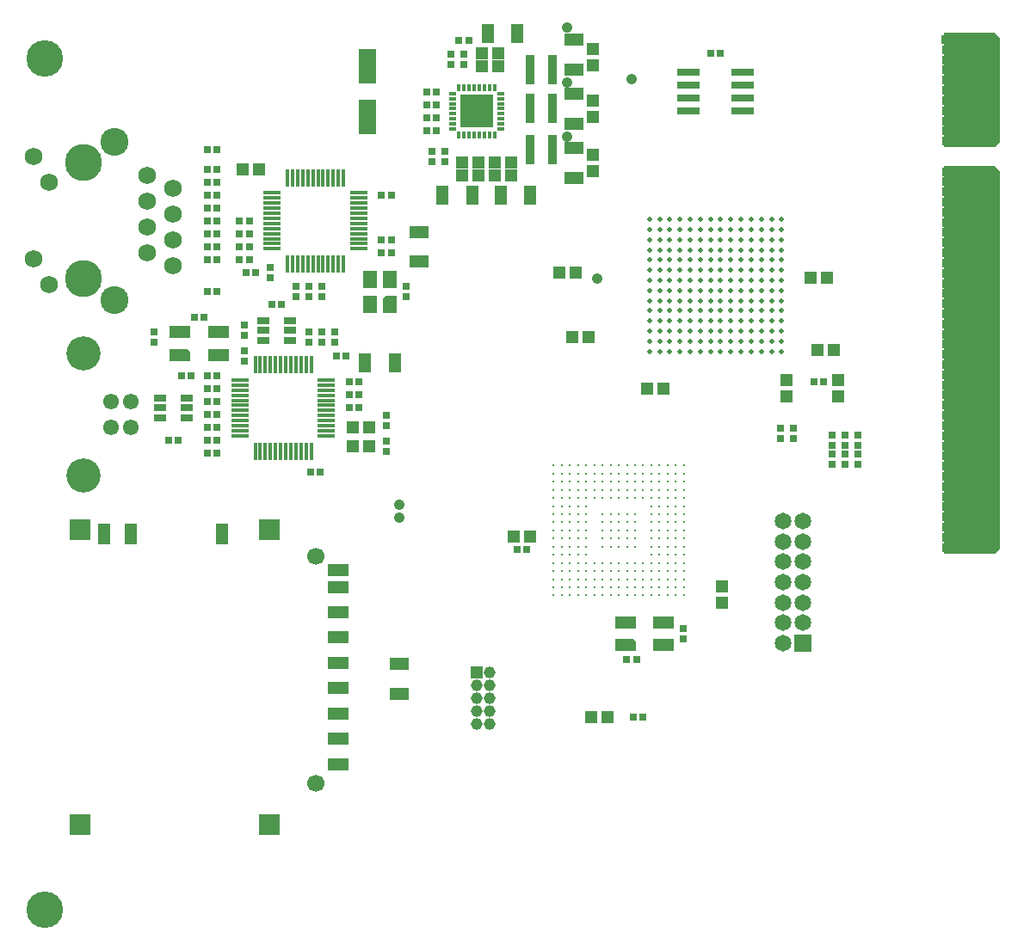
<source format=gts>
G04 ================== begin FILE IDENTIFICATION RECORD ==================*
G04 Layout Name:  DAQ_CONTROLLER.brd*
G04 Film Name:    SM_TOP*
G04 File Format:  Gerber RS274X*
G04 File Origin:  Cadence Allegro 17.2-S057*
G04 Origin Date:  Wed Aug 07 01:46:16 2019*
G04 *
G04 Layer:  VIA CLASS/SOLDERMASK_TOP*
G04 Layer:  PIN/SOLDERMASK_TOP*
G04 Layer:  PACKAGE GEOMETRY/SOLDERMASK_BOTTOM*
G04 Layer:  BOARD GEOMETRY/SOLDERMASK_TOP*
G04 *
G04 Offset:    (0.00 0.00)*
G04 Mirror:    No*
G04 Mode:      Positive*
G04 Rotation:  0*
G04 FullContactRelief:  No*
G04 UndefLineWidth:     0.00*
G04 ================== end FILE IDENTIFICATION RECORD ====================*
%FSLAX25Y25*MOIN*%
%IR0*IPPOS*OFA0.00000B0.00000*MIA0B0*SFA1.00000B1.00000*%
%ADD31C,.041*%
%AMMACRO32*
4,1,5,-.02661,-.03252,
-.02661,.02091,
-.015,.03252,
.02661,.03252,
.02661,-.03252,
-.02661,-.03252,
0.0*
%
%ADD32MACRO32*%
%ADD38C,.01142*%
%ADD36C,.046*%
%ADD45R,.13201X.03358*%
%ADD16C,.06114*%
%ADD39R,.03752X.11232*%
%ADD37R,.046X.046*%
%ADD12C,.06902*%
%ADD42C,.06508*%
%ADD29R,.06898X.13201*%
%ADD25C,.06693*%
%ADD44R,.17138X.03358*%
%ADD40C,.01969*%
%ADD43R,.06508X.06508*%
%ADD23R,.04528X.04528*%
%ADD19R,.02965X.02965*%
%ADD14R,.08476X.08476*%
%ADD41R,.091X.031*%
%ADD11C,.13201*%
%AMMACRO21*
4,1,5,.02677,.0248,
.04055,.01102,
.04055,-.0248,
-.04055,-.0248,
-.04055,.0248,
.02677,.0248,
0.0*
%
%ADD21MACRO21*%
%ADD13C,.1437*%
%ADD10C,.14173*%
%ADD34R,.01508X.02571*%
%ADD35R,.02571X.01508*%
%ADD17C,.10839*%
%ADD20R,.08071X.04921*%
%ADD33R,.12807X.12807*%
%ADD28R,.05327X.06508*%
%ADD30R,.07677X.05118*%
%ADD27R,.05118X.07677*%
%ADD18R,.04929X.02961*%
%ADD26R,.08476X.04933*%
%ADD15R,.04933X.08476*%
%ADD24R,.01781X.06899*%
%ADD22R,.06899X.01781*%
G75*
%LPD*%
G75*
G36*
G01X338346Y-164134D02*
X358031D01*
X360000Y-162165D01*
Y-15709D01*
X358031Y-13740D01*
X338346D01*
Y-164134D01*
G37*
G36*
G01Y-6260D02*
X358031D01*
X360000Y-4291D01*
Y35866D01*
X358031Y37835D01*
X338346D01*
Y-6260D01*
G37*
G54D10*
X-9803Y-302165D03*
Y27835D03*
G54D20*
X42618Y-78071D03*
X57382D03*
Y-86929D03*
X215118Y-190571D03*
X229882Y-199429D03*
Y-190571D03*
G54D11*
X5000Y-133701D03*
Y-86299D03*
G54D30*
X127500Y-218209D03*
Y-206791D03*
X135000Y-39291D03*
Y-50709D03*
X195000Y-18209D03*
Y-6791D03*
Y2791D03*
Y14209D03*
Y23791D03*
Y35209D03*
G54D21*
X42618Y-86929D03*
X215118Y-199429D03*
G54D12*
X-8307Y-59862D03*
X-14291Y-49862D03*
X-8307Y-20059D03*
X-14291Y-10059D03*
X29961Y-47441D03*
Y-37441D03*
Y-27441D03*
Y-17441D03*
X39961Y-52441D03*
Y-42441D03*
Y-32441D03*
Y-22441D03*
G54D22*
X65768Y-118327D03*
Y-116358D03*
Y-114390D03*
Y-112421D03*
Y-110453D03*
Y-108484D03*
Y-106516D03*
Y-104547D03*
Y-102579D03*
Y-100610D03*
Y-98642D03*
Y-96673D03*
X78268Y-45827D03*
Y-43858D03*
Y-41890D03*
Y-39921D03*
Y-37953D03*
Y-35984D03*
Y-34016D03*
Y-32047D03*
Y-30079D03*
Y-28110D03*
Y-26142D03*
Y-24173D03*
X99232Y-106516D03*
Y-108484D03*
Y-110453D03*
Y-112421D03*
Y-114390D03*
Y-116358D03*
Y-118327D03*
Y-96673D03*
Y-98642D03*
Y-100610D03*
Y-102579D03*
Y-104547D03*
X111732Y-37953D03*
Y-39921D03*
Y-41890D03*
Y-43858D03*
Y-45827D03*
Y-24173D03*
Y-26142D03*
Y-28110D03*
Y-30079D03*
Y-32047D03*
Y-34016D03*
Y-35984D03*
G54D13*
X5000Y-57461D03*
Y-12461D03*
G54D40*
X240157Y-85591D03*
X236220D03*
X232283D03*
X228346D03*
X224409D03*
X240157Y-81654D03*
X236220D03*
X232283D03*
X228346D03*
X224409D03*
X240157Y-77717D03*
X236220D03*
X232283D03*
X228346D03*
X224409D03*
X240157Y-73780D03*
X236220D03*
X232283D03*
X228346D03*
X224409D03*
X240157Y-69843D03*
X236220D03*
X232283D03*
X228346D03*
X224409D03*
X240157Y-65906D03*
X236220D03*
X232283D03*
X228346D03*
X224409D03*
X240157Y-61969D03*
X236220D03*
X232283D03*
X228346D03*
X224409D03*
X240157Y-58031D03*
X236220D03*
X232283D03*
X228346D03*
X224409D03*
X240157Y-54094D03*
X236220D03*
X232283D03*
X228346D03*
X224409D03*
X240157Y-50157D03*
X236220D03*
X232283D03*
X228346D03*
X224409D03*
X240157Y-46220D03*
X236220D03*
X232283D03*
X228346D03*
X224409D03*
X240157Y-42283D03*
X236220D03*
X232283D03*
X228346D03*
X224409D03*
X240157Y-38346D03*
X236220D03*
X232283D03*
X228346D03*
X224409D03*
X240157Y-34409D03*
X236220D03*
X232283D03*
X228346D03*
X224409D03*
X255906Y-85591D03*
X251969D03*
X248031D03*
X244094D03*
X255906Y-81654D03*
X251969D03*
X248031D03*
X244094D03*
X255906Y-77717D03*
X251969D03*
X248031D03*
X244094D03*
X255906Y-73780D03*
X251969D03*
X248031D03*
X244094D03*
X255906Y-69843D03*
X251969D03*
X248031D03*
X244094D03*
X255906Y-65906D03*
X251969D03*
X248031D03*
X244094D03*
X255906Y-61969D03*
X251969D03*
X248031D03*
X244094D03*
X255906Y-58031D03*
X251969D03*
X248031D03*
X244094D03*
X255906Y-54094D03*
X251969D03*
X248031D03*
X244094D03*
X255906Y-50157D03*
X251969D03*
X248031D03*
X244094D03*
X255906Y-46220D03*
X251969D03*
X248031D03*
X244094D03*
X255906Y-42283D03*
X251969D03*
X248031D03*
X244094D03*
X255906Y-38346D03*
X251969D03*
X248031D03*
X244094D03*
X255906Y-34409D03*
X251969D03*
X248031D03*
X244094D03*
X275591Y-85591D03*
X271654D03*
X267717D03*
X263780D03*
X259843D03*
X275591Y-81654D03*
X271654D03*
X267717D03*
X263780D03*
X259843D03*
X275591Y-77717D03*
X271654D03*
X267717D03*
X263780D03*
X259843D03*
X275591Y-73780D03*
X271654D03*
X267717D03*
X263780D03*
X259843D03*
X275591Y-69843D03*
X271654D03*
X267717D03*
X263780D03*
X259843D03*
X275591Y-65906D03*
X271654D03*
X267717D03*
X263780D03*
X259843D03*
X275591Y-61969D03*
X271654D03*
X267717D03*
X263780D03*
X259843D03*
X275591Y-58031D03*
X271654D03*
X267717D03*
X263780D03*
X259843D03*
X275591Y-54094D03*
X271654D03*
X267717D03*
X263780D03*
X259843D03*
X275591Y-50157D03*
X271654D03*
X267717D03*
X263780D03*
X259843D03*
X275591Y-46220D03*
X271654D03*
X267717D03*
X263780D03*
X259843D03*
X275591Y-42283D03*
X271654D03*
X267717D03*
X263780D03*
X259843D03*
X275591Y-38346D03*
X271654D03*
X267717D03*
X263780D03*
X259843D03*
X275591Y-34409D03*
X271654D03*
X267717D03*
X263780D03*
X259843D03*
G54D31*
X127350Y-150000D03*
Y-145000D03*
X204240Y-57480D03*
X192500Y-2277D03*
Y18723D03*
Y40000D03*
X217500Y20000D03*
G54D41*
X239400Y7500D03*
Y12500D03*
Y17500D03*
Y22500D03*
X260600Y12500D03*
Y7500D03*
Y22500D03*
Y17500D03*
G54D14*
X3661Y-268937D03*
Y-154764D03*
X77087Y-268937D03*
Y-154764D03*
G54D23*
X66850Y-15000D03*
X73150D03*
X115650Y-122500D03*
X109350D03*
X115650Y-115000D03*
X109350D03*
X151850Y-12500D03*
Y-17500D03*
X171850Y-157500D03*
X158150Y-12500D03*
X170650D03*
X164350D03*
Y-17500D03*
X170650D03*
X158150D03*
X165650Y25000D03*
X159350D03*
Y30000D03*
X165650D03*
X178150Y-157500D03*
X189350Y-55000D03*
X201850Y-227500D03*
X200650Y-80000D03*
X194350D03*
X195650Y-55000D03*
X202500Y-15650D03*
Y-9350D03*
Y5350D03*
Y11650D03*
Y25350D03*
Y31650D03*
X208150Y-227500D03*
X223350Y-100000D03*
X229650D03*
X252500Y-176850D03*
Y-183150D03*
X277500Y-103150D03*
Y-96850D03*
X289350Y-85000D03*
X293150Y-57000D03*
X286850D03*
X297500Y-96850D03*
Y-103150D03*
X295650Y-85000D03*
G54D32*
X123937Y-67421D03*
G54D24*
X85453Y-124232D03*
X83484D03*
X81516D03*
X79547D03*
X77579D03*
X75610D03*
X73642D03*
X71673D03*
Y-90768D03*
X73642D03*
X75610D03*
X77579D03*
X79547D03*
X81516D03*
X83484D03*
X85453D03*
X86142Y-51732D03*
X84173D03*
Y-18268D03*
X86142D03*
X93327Y-124232D03*
X91358D03*
X89390D03*
X87421D03*
Y-90768D03*
X89390D03*
X91358D03*
X93327D03*
X101890Y-51732D03*
X99921D03*
X97953D03*
X95984D03*
X94016D03*
X92047D03*
X90079D03*
X88110D03*
Y-18268D03*
X90079D03*
X92047D03*
X94016D03*
X95984D03*
X97953D03*
X99921D03*
X101890D03*
X105827Y-51732D03*
X103858D03*
Y-18268D03*
X105827D03*
G54D15*
X13307Y-156339D03*
X23543D03*
X58780D03*
G54D33*
X157500Y7500D03*
G54D42*
X276063Y-198622D03*
Y-190748D03*
Y-182874D03*
Y-175000D03*
Y-167126D03*
Y-159252D03*
Y-151378D03*
X283937Y-190748D03*
Y-175000D03*
Y-182874D03*
Y-159252D03*
Y-167126D03*
Y-151378D03*
G54D34*
X154547Y-1752D03*
X152579D03*
X150610D03*
Y16752D03*
X152579D03*
X154547D03*
X164390Y-1752D03*
X162421D03*
X160453D03*
X158484D03*
X156516D03*
Y16752D03*
X158484D03*
X160453D03*
X162421D03*
X164390D03*
G54D43*
X283937Y-198622D03*
G54D25*
X95000Y-253189D03*
Y-165000D03*
G54D16*
X15669Y-105079D03*
Y-114921D03*
X23543D03*
Y-105079D03*
G54D26*
X103661Y-245610D03*
Y-235768D03*
Y-225925D03*
Y-216083D03*
Y-206240D03*
Y-196398D03*
Y-186555D03*
Y-177008D03*
Y-170315D03*
G54D17*
X17008Y-65571D03*
Y-4350D03*
G54D35*
X148248Y610D03*
Y2579D03*
Y4547D03*
Y6516D03*
Y8484D03*
Y10453D03*
Y12421D03*
Y14390D03*
X166752Y12421D03*
Y10453D03*
Y8484D03*
Y6516D03*
Y4547D03*
Y2579D03*
Y610D03*
Y14390D03*
G54D44*
X346220Y-161575D03*
Y-157638D03*
Y-153701D03*
Y-149764D03*
Y-145827D03*
Y-141890D03*
Y-137953D03*
Y-134016D03*
Y-130079D03*
Y-126142D03*
Y-122205D03*
Y-118268D03*
Y-114331D03*
Y-110394D03*
Y-106457D03*
Y-102520D03*
Y-98583D03*
Y-94646D03*
Y-90709D03*
Y-86772D03*
Y-82835D03*
Y-78898D03*
Y-74961D03*
Y-71024D03*
Y-67087D03*
Y-63150D03*
Y-59213D03*
Y-55276D03*
Y-51339D03*
Y-47402D03*
Y-43465D03*
Y-39528D03*
Y-35591D03*
Y-31654D03*
Y-27717D03*
Y-23780D03*
Y-19843D03*
Y-4094D03*
Y-15906D03*
Y-157D03*
Y3780D03*
Y7717D03*
Y11654D03*
Y15591D03*
Y19528D03*
Y23465D03*
Y27402D03*
Y31339D03*
G54D18*
X34882Y-111240D03*
Y-107500D03*
Y-103760D03*
X45118Y-107500D03*
Y-111240D03*
Y-103760D03*
X85118Y-77500D03*
Y-73760D03*
Y-81240D03*
X74882D03*
Y-77500D03*
Y-73760D03*
G54D27*
X114291Y-90000D03*
X125709D03*
X144291Y-25000D03*
X155709D03*
X166791D03*
X173209Y37500D03*
X161791D03*
X178209Y-25000D03*
G54D45*
X344252Y35276D03*
G54D36*
X162500Y-230000D03*
X157500D03*
X162500Y-225000D03*
Y-220000D03*
Y-215000D03*
Y-210000D03*
X157500Y-225000D03*
Y-220000D03*
Y-215000D03*
G54D28*
X116063Y-57579D03*
Y-67421D03*
X123937Y-57579D03*
G54D19*
X32500Y-81969D03*
Y-78031D03*
X41969Y-120000D03*
X38031D03*
X46969Y-95000D03*
X43031D03*
X48031Y-72500D03*
X51969D03*
X53031Y-125000D03*
X56969D03*
X53031Y-115000D03*
X56969D03*
Y-120000D03*
X53031D03*
Y-110000D03*
X56969D03*
X67500Y-89469D03*
X53031Y-95000D03*
X56969D03*
X53031Y-100000D03*
X56969D03*
X53031Y-105000D03*
X56969D03*
X67500Y-85531D03*
Y-79469D03*
Y-75531D03*
X68031Y-55000D03*
X53031Y-62500D03*
X56969D03*
Y-45000D03*
X53031D03*
X65531Y-50000D03*
X69469D03*
Y-45000D03*
X65531D03*
X69469Y-40000D03*
X65531D03*
X53031Y-50000D03*
X56969D03*
Y-40000D03*
X53031D03*
X56969Y-20000D03*
X53031D03*
X56969Y-35000D03*
X53031D03*
X56969Y-30000D03*
X53031D03*
X65531Y-35000D03*
X69469D03*
X53031Y-25000D03*
X56969D03*
X53031Y-7500D03*
X56969D03*
Y-15000D03*
X53031D03*
X78031Y-67500D03*
X81969D03*
X71969Y-55000D03*
X77500Y-56969D03*
Y-53031D03*
X96969Y-132500D03*
X93031D03*
X103031Y-87500D03*
X92500Y-78031D03*
Y-81969D03*
X97500Y-78031D03*
Y-81969D03*
X102500Y-78031D03*
Y-81969D03*
X97500Y-64469D03*
Y-60531D03*
X92500D03*
Y-64469D03*
X87500D03*
Y-60531D03*
X111969Y-107500D03*
X108031D03*
X111969Y-102500D03*
X108031D03*
Y-97500D03*
X111969D03*
X106969Y-87500D03*
X120531Y-47500D03*
Y-42500D03*
Y-25000D03*
X122500Y-124469D03*
Y-120531D03*
Y-110531D03*
Y-114469D03*
X130000Y-64469D03*
Y-60531D03*
X124469Y-47500D03*
Y-42500D03*
Y-25000D03*
X138031Y10000D03*
Y0D03*
Y5000D03*
Y15000D03*
X145000Y-11969D03*
Y-8031D03*
X140000D03*
Y-11969D03*
X141969Y10000D03*
Y0D03*
Y5000D03*
Y15000D03*
X147500Y29469D03*
Y25531D03*
X152500D03*
Y29469D03*
X154469Y35000D03*
X150531D03*
X176969Y-162500D03*
X173031D03*
X221969Y-227500D03*
X218031D03*
X219469Y-205000D03*
X215531D03*
X237500Y-193031D03*
Y-196969D03*
X251969Y30000D03*
X248031D03*
X275000Y-119469D03*
Y-115531D03*
X280000Y-119469D03*
Y-115531D03*
X291969Y-97500D03*
X288031D03*
X305000Y-125531D03*
Y-129469D03*
X300000Y-125531D03*
Y-129469D03*
X295000Y-125531D03*
Y-129469D03*
X305000Y-118031D03*
Y-121969D03*
X300000Y-118031D03*
Y-121969D03*
X295000Y-118031D03*
Y-121969D03*
G54D37*
X157500Y-210000D03*
G54D29*
X115000Y5157D03*
Y24843D03*
G54D38*
X187303Y-177047D03*
Y-180197D03*
Y-161299D03*
Y-164449D03*
Y-167598D03*
Y-170748D03*
Y-173898D03*
Y-142402D03*
Y-145551D03*
Y-148701D03*
Y-151850D03*
Y-155000D03*
Y-158150D03*
Y-129803D03*
Y-132953D03*
Y-136102D03*
Y-139252D03*
X206201Y-177047D03*
Y-180197D03*
X203051Y-177047D03*
Y-180197D03*
X199902Y-177047D03*
Y-180197D03*
X196752Y-177047D03*
Y-180197D03*
X193602Y-177047D03*
Y-180197D03*
X190453Y-177047D03*
Y-180197D03*
X206201Y-161299D03*
Y-167598D03*
Y-170748D03*
Y-173898D03*
X203051Y-167598D03*
Y-170748D03*
Y-173898D03*
X199902Y-161299D03*
Y-164449D03*
Y-167598D03*
Y-170748D03*
Y-173898D03*
X196752Y-161299D03*
Y-164449D03*
Y-167598D03*
Y-170748D03*
Y-173898D03*
X193602Y-161299D03*
Y-164449D03*
Y-167598D03*
Y-170748D03*
Y-173898D03*
X190453Y-161299D03*
Y-164449D03*
Y-167598D03*
Y-170748D03*
Y-173898D03*
X206201Y-142402D03*
Y-148701D03*
Y-151850D03*
Y-155000D03*
Y-158150D03*
X203051Y-142402D03*
X199902D03*
Y-145551D03*
Y-148701D03*
Y-151850D03*
Y-155000D03*
Y-158150D03*
X196752Y-142402D03*
Y-145551D03*
Y-148701D03*
Y-151850D03*
Y-155000D03*
Y-158150D03*
X193602Y-142402D03*
Y-145551D03*
Y-148701D03*
Y-151850D03*
Y-155000D03*
Y-158150D03*
X190453Y-142402D03*
Y-145551D03*
Y-148701D03*
Y-151850D03*
Y-155000D03*
Y-158150D03*
X206201Y-129803D03*
Y-132953D03*
Y-136102D03*
Y-139252D03*
X203051Y-129803D03*
Y-132953D03*
Y-136102D03*
Y-139252D03*
X199902Y-129803D03*
Y-132953D03*
Y-136102D03*
Y-139252D03*
X196752Y-129803D03*
Y-132953D03*
Y-136102D03*
Y-139252D03*
X193602Y-129803D03*
Y-132953D03*
Y-136102D03*
Y-139252D03*
X190453Y-129803D03*
Y-132953D03*
Y-136102D03*
Y-139252D03*
X221949Y-177047D03*
Y-180197D03*
X218799Y-177047D03*
Y-180197D03*
X215650Y-177047D03*
Y-180197D03*
X212500Y-177047D03*
Y-180197D03*
X209350Y-177047D03*
Y-180197D03*
X221949Y-167598D03*
Y-170748D03*
Y-173898D03*
X218799Y-161299D03*
Y-167598D03*
Y-170748D03*
Y-173898D03*
X215650Y-161299D03*
Y-167598D03*
Y-170748D03*
Y-173898D03*
X212500Y-161299D03*
Y-167598D03*
Y-170748D03*
Y-173898D03*
X209350Y-161299D03*
Y-167598D03*
Y-170748D03*
Y-173898D03*
X221949Y-142402D03*
X218799D03*
Y-148701D03*
Y-151850D03*
Y-155000D03*
Y-158150D03*
X215650Y-142402D03*
Y-148701D03*
Y-151850D03*
Y-155000D03*
Y-158150D03*
X212500Y-142402D03*
Y-148701D03*
Y-151850D03*
Y-155000D03*
Y-158150D03*
X209350Y-142402D03*
Y-148701D03*
Y-151850D03*
Y-155000D03*
Y-158150D03*
X221949Y-129803D03*
Y-132953D03*
Y-136102D03*
Y-139252D03*
X218799Y-129803D03*
Y-132953D03*
Y-136102D03*
Y-139252D03*
X215650Y-129803D03*
Y-132953D03*
Y-136102D03*
Y-139252D03*
X212500Y-129803D03*
Y-132953D03*
Y-136102D03*
Y-139252D03*
X209350Y-129803D03*
Y-132953D03*
Y-136102D03*
Y-139252D03*
X237697Y-177047D03*
Y-180197D03*
X234547Y-177047D03*
Y-180197D03*
X231398Y-177047D03*
Y-180197D03*
X228248Y-177047D03*
Y-180197D03*
X225098Y-177047D03*
Y-180197D03*
X237697Y-161299D03*
Y-164449D03*
Y-167598D03*
Y-170748D03*
Y-173898D03*
X234547Y-161299D03*
Y-164449D03*
Y-167598D03*
Y-170748D03*
Y-173898D03*
X231398Y-161299D03*
Y-164449D03*
Y-167598D03*
Y-170748D03*
Y-173898D03*
X228248Y-161299D03*
Y-164449D03*
Y-167598D03*
Y-170748D03*
Y-173898D03*
X225098Y-161299D03*
Y-164449D03*
Y-167598D03*
Y-170748D03*
Y-173898D03*
X237697Y-142402D03*
Y-145551D03*
Y-148701D03*
Y-151850D03*
Y-155000D03*
Y-158150D03*
X234547Y-142402D03*
Y-145551D03*
Y-148701D03*
Y-151850D03*
Y-155000D03*
Y-158150D03*
X231398Y-142402D03*
Y-145551D03*
Y-148701D03*
Y-151850D03*
Y-155000D03*
Y-158150D03*
X228248Y-142402D03*
Y-145551D03*
Y-148701D03*
Y-151850D03*
Y-155000D03*
Y-158150D03*
X225098Y-142402D03*
Y-145551D03*
Y-148701D03*
Y-151850D03*
Y-155000D03*
Y-158150D03*
X237697Y-129803D03*
Y-132953D03*
Y-136102D03*
Y-139252D03*
X234547Y-129803D03*
Y-132953D03*
Y-136102D03*
Y-139252D03*
X231398Y-129803D03*
Y-132953D03*
Y-136102D03*
Y-139252D03*
X228248Y-129803D03*
Y-132953D03*
Y-136102D03*
Y-139252D03*
X225098Y-129803D03*
Y-132953D03*
Y-136102D03*
Y-139252D03*
G54D39*
X186831Y-7500D03*
X178169D03*
X186831Y8500D03*
X178169D03*
X186831Y23500D03*
X178169D03*
M02*

</source>
